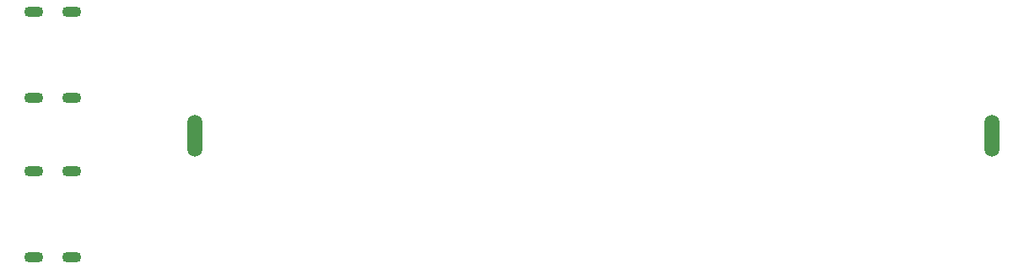
<source format=gbr>
%TF.GenerationSoftware,KiCad,Pcbnew,9.0.6*%
%TF.CreationDate,2026-02-27T22:21:18+08:00*%
%TF.ProjectId,minipower,6d696e69-706f-4776-9572-2e6b69636164,rev?*%
%TF.SameCoordinates,Original*%
%TF.FileFunction,Soldermask,Bot*%
%TF.FilePolarity,Negative*%
%FSLAX46Y46*%
G04 Gerber Fmt 4.6, Leading zero omitted, Abs format (unit mm)*
G04 Created by KiCad (PCBNEW 9.0.6) date 2026-02-27 22:21:18*
%MOMM*%
%LPD*%
G01*
G04 APERTURE LIST*
%ADD10O,1.900000X1.100000*%
%ADD11O,1.500000X4.200000*%
G04 APERTURE END LIST*
D10*
%TO.C,U2*%
X102613000Y-65532000D03*
X98813000Y-65532000D03*
X102613000Y-74172000D03*
X98813000Y-74172000D03*
%TD*%
D11*
%TO.C,U6*%
X115000000Y-62000000D03*
X195000000Y-62000000D03*
%TD*%
D10*
%TO.C,U3*%
X102606000Y-49526000D03*
X98806000Y-49526000D03*
X102606000Y-58166000D03*
X98806000Y-58166000D03*
%TD*%
M02*

</source>
